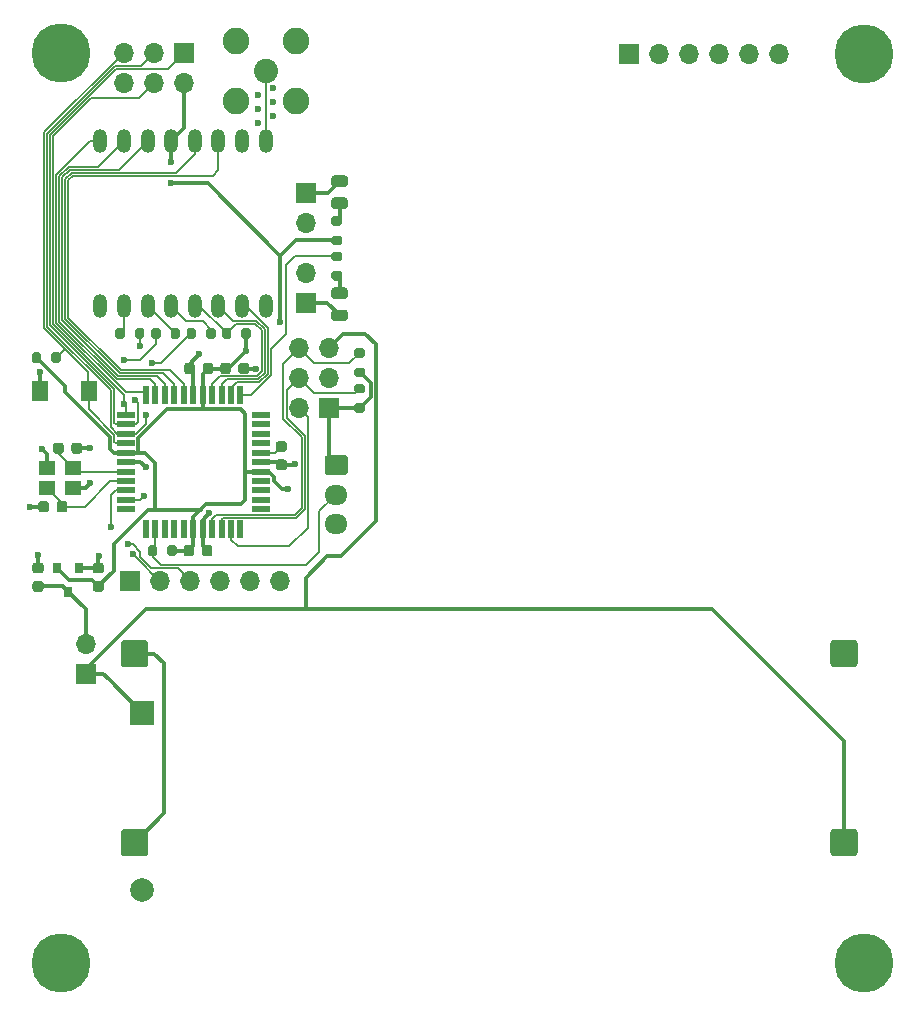
<source format=gbr>
%TF.GenerationSoftware,KiCad,Pcbnew,(5.1.7)-1*%
%TF.CreationDate,2021-04-21T13:47:07+02:00*%
%TF.ProjectId,mfm-v3-smd,6d666d2d-7633-42d7-936d-642e6b696361,rev?*%
%TF.SameCoordinates,Original*%
%TF.FileFunction,Copper,L1,Top*%
%TF.FilePolarity,Positive*%
%FSLAX46Y46*%
G04 Gerber Fmt 4.6, Leading zero omitted, Abs format (unit mm)*
G04 Created by KiCad (PCBNEW (5.1.7)-1) date 2021-04-21 13:47:07*
%MOMM*%
%LPD*%
G01*
G04 APERTURE LIST*
%TA.AperFunction,ComponentPad*%
%ADD10O,1.700000X1.700000*%
%TD*%
%TA.AperFunction,ComponentPad*%
%ADD11R,1.700000X1.700000*%
%TD*%
%TA.AperFunction,SMDPad,CuDef*%
%ADD12R,1.400000X1.200000*%
%TD*%
%TA.AperFunction,SMDPad,CuDef*%
%ADD13R,1.500000X0.550000*%
%TD*%
%TA.AperFunction,SMDPad,CuDef*%
%ADD14R,0.550000X1.500000*%
%TD*%
%TA.AperFunction,SMDPad,CuDef*%
%ADD15R,0.800000X0.900000*%
%TD*%
%TA.AperFunction,SMDPad,CuDef*%
%ADD16R,1.350000X1.800000*%
%TD*%
%TA.AperFunction,ComponentPad*%
%ADD17O,1.950000X1.700000*%
%TD*%
%TA.AperFunction,ComponentPad*%
%ADD18C,2.000000*%
%TD*%
%TA.AperFunction,ComponentPad*%
%ADD19R,2.000000X2.000000*%
%TD*%
%TA.AperFunction,ComponentPad*%
%ADD20O,1.200000X2.000000*%
%TD*%
%TA.AperFunction,ComponentPad*%
%ADD21C,5.000000*%
%TD*%
%TA.AperFunction,ComponentPad*%
%ADD22C,0.800000*%
%TD*%
%TA.AperFunction,ComponentPad*%
%ADD23C,2.050000*%
%TD*%
%TA.AperFunction,ComponentPad*%
%ADD24C,2.250000*%
%TD*%
%TA.AperFunction,ViaPad*%
%ADD25C,0.600000*%
%TD*%
%TA.AperFunction,Conductor*%
%ADD26C,0.300000*%
%TD*%
%TA.AperFunction,Conductor*%
%ADD27C,0.127000*%
%TD*%
G04 APERTURE END LIST*
D10*
%TO.P,J5,6*%
%TO.N,I2C_SCL*%
X82675000Y-83500000D03*
%TO.P,J5,5*%
%TO.N,VBAT*%
X80135000Y-83500000D03*
%TO.P,J5,4*%
%TO.N,I2C_SDA*%
X77595000Y-83500000D03*
%TO.P,J5,3*%
%TO.N,GND*%
X75055000Y-83500000D03*
%TO.P,J5,2*%
%TO.N,SMBALERT*%
X72515000Y-83500000D03*
D11*
%TO.P,J5,1*%
%TO.N,+3V3*%
X69975000Y-83500000D03*
%TD*%
D12*
%TO.P,Y1,4*%
%TO.N,GND*%
X20675000Y-118500000D03*
%TO.P,Y1,3*%
%TO.N,XTAL2*%
X22875000Y-118500000D03*
%TO.P,Y1,2*%
%TO.N,GND*%
X22875000Y-120200000D03*
%TO.P,Y1,1*%
%TO.N,XTAL1*%
X20675000Y-120200000D03*
%TD*%
D13*
%TO.P,U5,1*%
%TO.N,AVR_MOSI*%
X27340000Y-114020000D03*
%TO.P,U5,2*%
%TO.N,AVR_MISO*%
X27340000Y-114820000D03*
%TO.P,U5,3*%
%TO.N,AVR_SCK*%
X27340000Y-115620000D03*
%TO.P,U5,4*%
%TO.N,NRST*%
X27340000Y-116420000D03*
%TO.P,U5,5*%
%TO.N,+3V3*%
X27340000Y-117220000D03*
%TO.P,U5,6*%
%TO.N,GND*%
X27340000Y-118020000D03*
%TO.P,U5,7*%
%TO.N,XTAL2*%
X27340000Y-118820000D03*
%TO.P,U5,8*%
%TO.N,XTAL1*%
X27340000Y-119620000D03*
%TO.P,U5,9*%
%TO.N,AVR_RX0*%
X27340000Y-120420000D03*
%TO.P,U5,10*%
%TO.N,AVR_TX0*%
X27340000Y-121220000D03*
%TO.P,U5,11*%
%TO.N,AVR_RX1*%
X27340000Y-122020000D03*
D14*
%TO.P,U5,12*%
%TO.N,AVR_TX1*%
X29040000Y-123720000D03*
%TO.P,U5,13*%
%TO.N,ONEWIRE*%
X29840000Y-123720000D03*
%TO.P,U5,14*%
%TO.N,Net-(U5-Pad14)*%
X30640000Y-123720000D03*
%TO.P,U5,15*%
%TO.N,Net-(U5-Pad15)*%
X31440000Y-123720000D03*
%TO.P,U5,16*%
%TO.N,Net-(U5-Pad16)*%
X32240000Y-123720000D03*
%TO.P,U5,17*%
%TO.N,+3V3*%
X33040000Y-123720000D03*
%TO.P,U5,18*%
%TO.N,GND*%
X33840000Y-123720000D03*
%TO.P,U5,19*%
%TO.N,I2C_SCL*%
X34640000Y-123720000D03*
%TO.P,U5,20*%
%TO.N,I2C_SDA*%
X35440000Y-123720000D03*
%TO.P,U5,21*%
%TO.N,SMBALERT*%
X36240000Y-123720000D03*
%TO.P,U5,22*%
%TO.N,Net-(U5-Pad22)*%
X37040000Y-123720000D03*
D13*
%TO.P,U5,23*%
%TO.N,Net-(U5-Pad23)*%
X38740000Y-122020000D03*
%TO.P,U5,24*%
%TO.N,Net-(U5-Pad24)*%
X38740000Y-121220000D03*
%TO.P,U5,25*%
%TO.N,Net-(U5-Pad25)*%
X38740000Y-120420000D03*
%TO.P,U5,26*%
%TO.N,Net-(U5-Pad26)*%
X38740000Y-119620000D03*
%TO.P,U5,27*%
%TO.N,+3V3*%
X38740000Y-118820000D03*
%TO.P,U5,28*%
%TO.N,GND*%
X38740000Y-118020000D03*
%TO.P,U5,29*%
%TO.N,Net-(C11-Pad2)*%
X38740000Y-117220000D03*
%TO.P,U5,30*%
%TO.N,Net-(U5-Pad30)*%
X38740000Y-116420000D03*
%TO.P,U5,31*%
%TO.N,Net-(U5-Pad31)*%
X38740000Y-115620000D03*
%TO.P,U5,32*%
%TO.N,Net-(U5-Pad32)*%
X38740000Y-114820000D03*
%TO.P,U5,33*%
%TO.N,Net-(U5-Pad33)*%
X38740000Y-114020000D03*
D14*
%TO.P,U5,34*%
%TO.N,LED_STAT*%
X37040000Y-112320000D03*
%TO.P,U5,35*%
%TO.N,RADIO_DIO5*%
X36240000Y-112320000D03*
%TO.P,U5,36*%
%TO.N,RADIO_RST*%
X35440000Y-112320000D03*
%TO.P,U5,37*%
%TO.N,RADIO_NSS*%
X34640000Y-112320000D03*
%TO.P,U5,38*%
%TO.N,+3V3*%
X33840000Y-112320000D03*
%TO.P,U5,39*%
%TO.N,GND*%
X33040000Y-112320000D03*
%TO.P,U5,40*%
%TO.N,RADIO_DIO3*%
X32240000Y-112320000D03*
%TO.P,U5,41*%
%TO.N,RADIO_DIO4*%
X31440000Y-112320000D03*
%TO.P,U5,42*%
%TO.N,RADIO_DIO0*%
X30640000Y-112320000D03*
%TO.P,U5,43*%
%TO.N,RADIO_DIO1*%
X29840000Y-112320000D03*
%TO.P,U5,44*%
%TO.N,RADIO_DIO2*%
X29040000Y-112320000D03*
%TD*%
D15*
%TO.P,U1,3*%
%TO.N,VBAT_SW*%
X22450000Y-129000000D03*
%TO.P,U1,2*%
%TO.N,+3V3*%
X21500000Y-127000000D03*
%TO.P,U1,1*%
%TO.N,GND*%
X23400000Y-127000000D03*
%TD*%
D10*
%TO.P,SW4,2*%
%TO.N,GND*%
X42550000Y-102010000D03*
D11*
%TO.P,SW4,1*%
%TO.N,Net-(D2-Pad1)*%
X42550000Y-104550000D03*
%TD*%
D10*
%TO.P,SW3,2*%
%TO.N,GND*%
X42550000Y-97775000D03*
D11*
%TO.P,SW3,1*%
%TO.N,Net-(D1-Pad1)*%
X42550000Y-95235000D03*
%TD*%
D16*
%TO.P,SW2,1*%
%TO.N,NRST*%
X24190000Y-111973000D03*
%TO.P,SW2,2*%
%TO.N,GND*%
X20040000Y-111973000D03*
%TD*%
D10*
%TO.P,SW1,2*%
%TO.N,VBAT_SW*%
X23925000Y-133385000D03*
D11*
%TO.P,SW1,1*%
%TO.N,VBAT*%
X23925000Y-135925000D03*
%TD*%
%TO.P,R16,2*%
%TO.N,Net-(D2-Pad2)*%
%TA.AperFunction,SMDPad,CuDef*%
G36*
G01*
X44925000Y-101850000D02*
X45475000Y-101850000D01*
G75*
G02*
X45675000Y-102050000I0J-200000D01*
G01*
X45675000Y-102450000D01*
G75*
G02*
X45475000Y-102650000I-200000J0D01*
G01*
X44925000Y-102650000D01*
G75*
G02*
X44725000Y-102450000I0J200000D01*
G01*
X44725000Y-102050000D01*
G75*
G02*
X44925000Y-101850000I200000J0D01*
G01*
G37*
%TD.AperFunction*%
%TO.P,R16,1*%
%TO.N,LED_STAT*%
%TA.AperFunction,SMDPad,CuDef*%
G36*
G01*
X44925000Y-100200000D02*
X45475000Y-100200000D01*
G75*
G02*
X45675000Y-100400000I0J-200000D01*
G01*
X45675000Y-100800000D01*
G75*
G02*
X45475000Y-101000000I-200000J0D01*
G01*
X44925000Y-101000000D01*
G75*
G02*
X44725000Y-100800000I0J200000D01*
G01*
X44725000Y-100400000D01*
G75*
G02*
X44925000Y-100200000I200000J0D01*
G01*
G37*
%TD.AperFunction*%
%TD*%
%TO.P,R15,2*%
%TO.N,Net-(D1-Pad2)*%
%TA.AperFunction,SMDPad,CuDef*%
G36*
G01*
X45475000Y-98000000D02*
X44925000Y-98000000D01*
G75*
G02*
X44725000Y-97800000I0J200000D01*
G01*
X44725000Y-97400000D01*
G75*
G02*
X44925000Y-97200000I200000J0D01*
G01*
X45475000Y-97200000D01*
G75*
G02*
X45675000Y-97400000I0J-200000D01*
G01*
X45675000Y-97800000D01*
G75*
G02*
X45475000Y-98000000I-200000J0D01*
G01*
G37*
%TD.AperFunction*%
%TO.P,R15,1*%
%TO.N,+3V3*%
%TA.AperFunction,SMDPad,CuDef*%
G36*
G01*
X45475000Y-99650000D02*
X44925000Y-99650000D01*
G75*
G02*
X44725000Y-99450000I0J200000D01*
G01*
X44725000Y-99050000D01*
G75*
G02*
X44925000Y-98850000I200000J0D01*
G01*
X45475000Y-98850000D01*
G75*
G02*
X45675000Y-99050000I0J-200000D01*
G01*
X45675000Y-99450000D01*
G75*
G02*
X45475000Y-99650000I-200000J0D01*
G01*
G37*
%TD.AperFunction*%
%TD*%
%TO.P,R13,2*%
%TO.N,+3V3*%
%TA.AperFunction,SMDPad,CuDef*%
G36*
G01*
X46850000Y-110025000D02*
X47400000Y-110025000D01*
G75*
G02*
X47600000Y-110225000I0J-200000D01*
G01*
X47600000Y-110625000D01*
G75*
G02*
X47400000Y-110825000I-200000J0D01*
G01*
X46850000Y-110825000D01*
G75*
G02*
X46650000Y-110625000I0J200000D01*
G01*
X46650000Y-110225000D01*
G75*
G02*
X46850000Y-110025000I200000J0D01*
G01*
G37*
%TD.AperFunction*%
%TO.P,R13,1*%
%TO.N,I2C_SCL*%
%TA.AperFunction,SMDPad,CuDef*%
G36*
G01*
X46850000Y-108375000D02*
X47400000Y-108375000D01*
G75*
G02*
X47600000Y-108575000I0J-200000D01*
G01*
X47600000Y-108975000D01*
G75*
G02*
X47400000Y-109175000I-200000J0D01*
G01*
X46850000Y-109175000D01*
G75*
G02*
X46650000Y-108975000I0J200000D01*
G01*
X46650000Y-108575000D01*
G75*
G02*
X46850000Y-108375000I200000J0D01*
G01*
G37*
%TD.AperFunction*%
%TD*%
%TO.P,R12,2*%
%TO.N,+3V3*%
%TA.AperFunction,SMDPad,CuDef*%
G36*
G01*
X46850000Y-113050000D02*
X47400000Y-113050000D01*
G75*
G02*
X47600000Y-113250000I0J-200000D01*
G01*
X47600000Y-113650000D01*
G75*
G02*
X47400000Y-113850000I-200000J0D01*
G01*
X46850000Y-113850000D01*
G75*
G02*
X46650000Y-113650000I0J200000D01*
G01*
X46650000Y-113250000D01*
G75*
G02*
X46850000Y-113050000I200000J0D01*
G01*
G37*
%TD.AperFunction*%
%TO.P,R12,1*%
%TO.N,I2C_SDA*%
%TA.AperFunction,SMDPad,CuDef*%
G36*
G01*
X46850000Y-111400000D02*
X47400000Y-111400000D01*
G75*
G02*
X47600000Y-111600000I0J-200000D01*
G01*
X47600000Y-112000000D01*
G75*
G02*
X47400000Y-112200000I-200000J0D01*
G01*
X46850000Y-112200000D01*
G75*
G02*
X46650000Y-112000000I0J200000D01*
G01*
X46650000Y-111600000D01*
G75*
G02*
X46850000Y-111400000I200000J0D01*
G01*
G37*
%TD.AperFunction*%
%TD*%
%TO.P,R10,2*%
%TO.N,+3V3*%
%TA.AperFunction,SMDPad,CuDef*%
G36*
G01*
X20175000Y-108900000D02*
X20175000Y-109450000D01*
G75*
G02*
X19975000Y-109650000I-200000J0D01*
G01*
X19575000Y-109650000D01*
G75*
G02*
X19375000Y-109450000I0J200000D01*
G01*
X19375000Y-108900000D01*
G75*
G02*
X19575000Y-108700000I200000J0D01*
G01*
X19975000Y-108700000D01*
G75*
G02*
X20175000Y-108900000I0J-200000D01*
G01*
G37*
%TD.AperFunction*%
%TO.P,R10,1*%
%TO.N,NRST*%
%TA.AperFunction,SMDPad,CuDef*%
G36*
G01*
X21825000Y-108900000D02*
X21825000Y-109450000D01*
G75*
G02*
X21625000Y-109650000I-200000J0D01*
G01*
X21225000Y-109650000D01*
G75*
G02*
X21025000Y-109450000I0J200000D01*
G01*
X21025000Y-108900000D01*
G75*
G02*
X21225000Y-108700000I200000J0D01*
G01*
X21625000Y-108700000D01*
G75*
G02*
X21825000Y-108900000I0J-200000D01*
G01*
G37*
%TD.AperFunction*%
%TD*%
%TO.P,R1,2*%
%TO.N,+3V3*%
%TA.AperFunction,SMDPad,CuDef*%
G36*
G01*
X30850000Y-125800000D02*
X30850000Y-125250000D01*
G75*
G02*
X31050000Y-125050000I200000J0D01*
G01*
X31450000Y-125050000D01*
G75*
G02*
X31650000Y-125250000I0J-200000D01*
G01*
X31650000Y-125800000D01*
G75*
G02*
X31450000Y-126000000I-200000J0D01*
G01*
X31050000Y-126000000D01*
G75*
G02*
X30850000Y-125800000I0J200000D01*
G01*
G37*
%TD.AperFunction*%
%TO.P,R1,1*%
%TO.N,ONEWIRE*%
%TA.AperFunction,SMDPad,CuDef*%
G36*
G01*
X29200000Y-125800000D02*
X29200000Y-125250000D01*
G75*
G02*
X29400000Y-125050000I200000J0D01*
G01*
X29800000Y-125050000D01*
G75*
G02*
X30000000Y-125250000I0J-200000D01*
G01*
X30000000Y-125800000D01*
G75*
G02*
X29800000Y-126000000I-200000J0D01*
G01*
X29400000Y-126000000D01*
G75*
G02*
X29200000Y-125800000I0J200000D01*
G01*
G37*
%TD.AperFunction*%
%TD*%
D10*
%TO.P,J10,6*%
%TO.N,GND*%
X27195000Y-85890000D03*
%TO.P,J10,5*%
%TO.N,NRST*%
X27195000Y-83350000D03*
%TO.P,J10,4*%
%TO.N,AVR_MOSI*%
X29735000Y-85890000D03*
%TO.P,J10,3*%
%TO.N,AVR_SCK*%
X29735000Y-83350000D03*
%TO.P,J10,2*%
%TO.N,+3V3*%
X32275000Y-85890000D03*
D11*
%TO.P,J10,1*%
%TO.N,AVR_MISO*%
X32275000Y-83350000D03*
%TD*%
D17*
%TO.P,J8,3*%
%TO.N,GND*%
X45150000Y-123275000D03*
%TO.P,J8,2*%
%TO.N,ONEWIRE*%
X45150000Y-120775000D03*
%TO.P,J8,1*%
%TO.N,+3V3*%
%TA.AperFunction,ComponentPad*%
G36*
G01*
X44425000Y-117425000D02*
X45875000Y-117425000D01*
G75*
G02*
X46125000Y-117675000I0J-250000D01*
G01*
X46125000Y-118875000D01*
G75*
G02*
X45875000Y-119125000I-250000J0D01*
G01*
X44425000Y-119125000D01*
G75*
G02*
X44175000Y-118875000I0J250000D01*
G01*
X44175000Y-117675000D01*
G75*
G02*
X44425000Y-117425000I250000J0D01*
G01*
G37*
%TD.AperFunction*%
%TD*%
D10*
%TO.P,J7,6*%
%TO.N,I2C_SCL*%
X41985000Y-108370000D03*
%TO.P,J7,5*%
%TO.N,VBAT*%
X44525000Y-108370000D03*
%TO.P,J7,4*%
%TO.N,I2C_SDA*%
X41985000Y-110910000D03*
%TO.P,J7,3*%
%TO.N,GND*%
X44525000Y-110910000D03*
%TO.P,J7,2*%
%TO.N,SMBALERT*%
X41985000Y-113450000D03*
D11*
%TO.P,J7,1*%
%TO.N,+3V3*%
X44525000Y-113450000D03*
%TD*%
%TO.P,D2,2*%
%TO.N,Net-(D2-Pad2)*%
%TA.AperFunction,SMDPad,CuDef*%
G36*
G01*
X45881250Y-104212500D02*
X44968750Y-104212500D01*
G75*
G02*
X44725000Y-103968750I0J243750D01*
G01*
X44725000Y-103481250D01*
G75*
G02*
X44968750Y-103237500I243750J0D01*
G01*
X45881250Y-103237500D01*
G75*
G02*
X46125000Y-103481250I0J-243750D01*
G01*
X46125000Y-103968750D01*
G75*
G02*
X45881250Y-104212500I-243750J0D01*
G01*
G37*
%TD.AperFunction*%
%TO.P,D2,1*%
%TO.N,Net-(D2-Pad1)*%
%TA.AperFunction,SMDPad,CuDef*%
G36*
G01*
X45881250Y-106087500D02*
X44968750Y-106087500D01*
G75*
G02*
X44725000Y-105843750I0J243750D01*
G01*
X44725000Y-105356250D01*
G75*
G02*
X44968750Y-105112500I243750J0D01*
G01*
X45881250Y-105112500D01*
G75*
G02*
X46125000Y-105356250I0J-243750D01*
G01*
X46125000Y-105843750D01*
G75*
G02*
X45881250Y-106087500I-243750J0D01*
G01*
G37*
%TD.AperFunction*%
%TD*%
%TO.P,D1,2*%
%TO.N,Net-(D1-Pad2)*%
%TA.AperFunction,SMDPad,CuDef*%
G36*
G01*
X44968750Y-95612500D02*
X45881250Y-95612500D01*
G75*
G02*
X46125000Y-95856250I0J-243750D01*
G01*
X46125000Y-96343750D01*
G75*
G02*
X45881250Y-96587500I-243750J0D01*
G01*
X44968750Y-96587500D01*
G75*
G02*
X44725000Y-96343750I0J243750D01*
G01*
X44725000Y-95856250D01*
G75*
G02*
X44968750Y-95612500I243750J0D01*
G01*
G37*
%TD.AperFunction*%
%TO.P,D1,1*%
%TO.N,Net-(D1-Pad1)*%
%TA.AperFunction,SMDPad,CuDef*%
G36*
G01*
X44968750Y-93737500D02*
X45881250Y-93737500D01*
G75*
G02*
X46125000Y-93981250I0J-243750D01*
G01*
X46125000Y-94468750D01*
G75*
G02*
X45881250Y-94712500I-243750J0D01*
G01*
X44968750Y-94712500D01*
G75*
G02*
X44725000Y-94468750I0J243750D01*
G01*
X44725000Y-93981250D01*
G75*
G02*
X44968750Y-93737500I243750J0D01*
G01*
G37*
%TD.AperFunction*%
%TD*%
%TO.P,C11,1*%
%TO.N,GND*%
%TA.AperFunction,SMDPad,CuDef*%
G36*
G01*
X40750000Y-118700000D02*
X40250000Y-118700000D01*
G75*
G02*
X40025000Y-118475000I0J225000D01*
G01*
X40025000Y-118025000D01*
G75*
G02*
X40250000Y-117800000I225000J0D01*
G01*
X40750000Y-117800000D01*
G75*
G02*
X40975000Y-118025000I0J-225000D01*
G01*
X40975000Y-118475000D01*
G75*
G02*
X40750000Y-118700000I-225000J0D01*
G01*
G37*
%TD.AperFunction*%
%TO.P,C11,2*%
%TO.N,Net-(C11-Pad2)*%
%TA.AperFunction,SMDPad,CuDef*%
G36*
G01*
X40750000Y-117150000D02*
X40250000Y-117150000D01*
G75*
G02*
X40025000Y-116925000I0J225000D01*
G01*
X40025000Y-116475000D01*
G75*
G02*
X40250000Y-116250000I225000J0D01*
G01*
X40750000Y-116250000D01*
G75*
G02*
X40975000Y-116475000I0J-225000D01*
G01*
X40975000Y-116925000D01*
G75*
G02*
X40750000Y-117150000I-225000J0D01*
G01*
G37*
%TD.AperFunction*%
%TD*%
%TO.P,C10,1*%
%TO.N,+3V3*%
%TA.AperFunction,SMDPad,CuDef*%
G36*
G01*
X32215000Y-125770000D02*
X32215000Y-125270000D01*
G75*
G02*
X32440000Y-125045000I225000J0D01*
G01*
X32890000Y-125045000D01*
G75*
G02*
X33115000Y-125270000I0J-225000D01*
G01*
X33115000Y-125770000D01*
G75*
G02*
X32890000Y-125995000I-225000J0D01*
G01*
X32440000Y-125995000D01*
G75*
G02*
X32215000Y-125770000I0J225000D01*
G01*
G37*
%TD.AperFunction*%
%TO.P,C10,2*%
%TO.N,GND*%
%TA.AperFunction,SMDPad,CuDef*%
G36*
G01*
X33765000Y-125770000D02*
X33765000Y-125270000D01*
G75*
G02*
X33990000Y-125045000I225000J0D01*
G01*
X34440000Y-125045000D01*
G75*
G02*
X34665000Y-125270000I0J-225000D01*
G01*
X34665000Y-125770000D01*
G75*
G02*
X34440000Y-125995000I-225000J0D01*
G01*
X33990000Y-125995000D01*
G75*
G02*
X33765000Y-125770000I0J225000D01*
G01*
G37*
%TD.AperFunction*%
%TD*%
%TO.P,C9,2*%
%TO.N,+3V3*%
%TA.AperFunction,SMDPad,CuDef*%
G36*
G01*
X33825000Y-110350000D02*
X33825000Y-109850000D01*
G75*
G02*
X34050000Y-109625000I225000J0D01*
G01*
X34500000Y-109625000D01*
G75*
G02*
X34725000Y-109850000I0J-225000D01*
G01*
X34725000Y-110350000D01*
G75*
G02*
X34500000Y-110575000I-225000J0D01*
G01*
X34050000Y-110575000D01*
G75*
G02*
X33825000Y-110350000I0J225000D01*
G01*
G37*
%TD.AperFunction*%
%TO.P,C9,1*%
%TO.N,GND*%
%TA.AperFunction,SMDPad,CuDef*%
G36*
G01*
X32275000Y-110350000D02*
X32275000Y-109850000D01*
G75*
G02*
X32500000Y-109625000I225000J0D01*
G01*
X32950000Y-109625000D01*
G75*
G02*
X33175000Y-109850000I0J-225000D01*
G01*
X33175000Y-110350000D01*
G75*
G02*
X32950000Y-110575000I-225000J0D01*
G01*
X32500000Y-110575000D01*
G75*
G02*
X32275000Y-110350000I0J225000D01*
G01*
G37*
%TD.AperFunction*%
%TD*%
%TO.P,C8,2*%
%TO.N,XTAL2*%
%TA.AperFunction,SMDPad,CuDef*%
G36*
G01*
X22075000Y-116600000D02*
X22075000Y-117100000D01*
G75*
G02*
X21850000Y-117325000I-225000J0D01*
G01*
X21400000Y-117325000D01*
G75*
G02*
X21175000Y-117100000I0J225000D01*
G01*
X21175000Y-116600000D01*
G75*
G02*
X21400000Y-116375000I225000J0D01*
G01*
X21850000Y-116375000D01*
G75*
G02*
X22075000Y-116600000I0J-225000D01*
G01*
G37*
%TD.AperFunction*%
%TO.P,C8,1*%
%TO.N,GND*%
%TA.AperFunction,SMDPad,CuDef*%
G36*
G01*
X23625000Y-116600000D02*
X23625000Y-117100000D01*
G75*
G02*
X23400000Y-117325000I-225000J0D01*
G01*
X22950000Y-117325000D01*
G75*
G02*
X22725000Y-117100000I0J225000D01*
G01*
X22725000Y-116600000D01*
G75*
G02*
X22950000Y-116375000I225000J0D01*
G01*
X23400000Y-116375000D01*
G75*
G02*
X23625000Y-116600000I0J-225000D01*
G01*
G37*
%TD.AperFunction*%
%TD*%
%TO.P,C7,2*%
%TO.N,XTAL1*%
%TA.AperFunction,SMDPad,CuDef*%
G36*
G01*
X21475000Y-122050000D02*
X21475000Y-121550000D01*
G75*
G02*
X21700000Y-121325000I225000J0D01*
G01*
X22150000Y-121325000D01*
G75*
G02*
X22375000Y-121550000I0J-225000D01*
G01*
X22375000Y-122050000D01*
G75*
G02*
X22150000Y-122275000I-225000J0D01*
G01*
X21700000Y-122275000D01*
G75*
G02*
X21475000Y-122050000I0J225000D01*
G01*
G37*
%TD.AperFunction*%
%TO.P,C7,1*%
%TO.N,GND*%
%TA.AperFunction,SMDPad,CuDef*%
G36*
G01*
X19925000Y-122050000D02*
X19925000Y-121550000D01*
G75*
G02*
X20150000Y-121325000I225000J0D01*
G01*
X20600000Y-121325000D01*
G75*
G02*
X20825000Y-121550000I0J-225000D01*
G01*
X20825000Y-122050000D01*
G75*
G02*
X20600000Y-122275000I-225000J0D01*
G01*
X20150000Y-122275000D01*
G75*
G02*
X19925000Y-122050000I0J225000D01*
G01*
G37*
%TD.AperFunction*%
%TD*%
%TO.P,C2,2*%
%TO.N,+3V3*%
%TA.AperFunction,SMDPad,CuDef*%
G36*
G01*
X24750000Y-128100000D02*
X25250000Y-128100000D01*
G75*
G02*
X25475000Y-128325000I0J-225000D01*
G01*
X25475000Y-128775000D01*
G75*
G02*
X25250000Y-129000000I-225000J0D01*
G01*
X24750000Y-129000000D01*
G75*
G02*
X24525000Y-128775000I0J225000D01*
G01*
X24525000Y-128325000D01*
G75*
G02*
X24750000Y-128100000I225000J0D01*
G01*
G37*
%TD.AperFunction*%
%TO.P,C2,1*%
%TO.N,GND*%
%TA.AperFunction,SMDPad,CuDef*%
G36*
G01*
X24750000Y-126550000D02*
X25250000Y-126550000D01*
G75*
G02*
X25475000Y-126775000I0J-225000D01*
G01*
X25475000Y-127225000D01*
G75*
G02*
X25250000Y-127450000I-225000J0D01*
G01*
X24750000Y-127450000D01*
G75*
G02*
X24525000Y-127225000I0J225000D01*
G01*
X24525000Y-126775000D01*
G75*
G02*
X24750000Y-126550000I225000J0D01*
G01*
G37*
%TD.AperFunction*%
%TD*%
%TO.P,C1,2*%
%TO.N,VBAT_SW*%
%TA.AperFunction,SMDPad,CuDef*%
G36*
G01*
X19650000Y-128100000D02*
X20150000Y-128100000D01*
G75*
G02*
X20375000Y-128325000I0J-225000D01*
G01*
X20375000Y-128775000D01*
G75*
G02*
X20150000Y-129000000I-225000J0D01*
G01*
X19650000Y-129000000D01*
G75*
G02*
X19425000Y-128775000I0J225000D01*
G01*
X19425000Y-128325000D01*
G75*
G02*
X19650000Y-128100000I225000J0D01*
G01*
G37*
%TD.AperFunction*%
%TO.P,C1,1*%
%TO.N,GND*%
%TA.AperFunction,SMDPad,CuDef*%
G36*
G01*
X19650000Y-126550000D02*
X20150000Y-126550000D01*
G75*
G02*
X20375000Y-126775000I0J-225000D01*
G01*
X20375000Y-127225000D01*
G75*
G02*
X20150000Y-127450000I-225000J0D01*
G01*
X19650000Y-127450000D01*
G75*
G02*
X19425000Y-127225000I0J225000D01*
G01*
X19425000Y-126775000D01*
G75*
G02*
X19650000Y-126550000I225000J0D01*
G01*
G37*
%TD.AperFunction*%
%TD*%
D18*
%TO.P,BT1,2*%
%TO.N,GND*%
X28700000Y-154240000D03*
D19*
%TO.P,BT1,1*%
%TO.N,VBAT*%
X28700000Y-139250000D03*
%TD*%
D11*
%TO.P,J12,1*%
%TO.N,Net-(J12-Pad1)*%
X27700000Y-128050000D03*
D10*
%TO.P,J12,2*%
%TO.N,AVR_TX0*%
X30240000Y-128050000D03*
%TO.P,J12,3*%
%TO.N,AVR_RX0*%
X32780000Y-128050000D03*
%TO.P,J12,4*%
%TO.N,Net-(J12-Pad4)*%
X35320000Y-128050000D03*
%TO.P,J12,5*%
%TO.N,Net-(J12-Pad5)*%
X37860000Y-128050000D03*
%TO.P,J12,6*%
%TO.N,GND*%
X40400000Y-128050000D03*
%TD*%
%TO.P,R11,1*%
%TO.N,RADIO_NSS*%
%TA.AperFunction,SMDPad,CuDef*%
G36*
G01*
X35475000Y-107400000D02*
X35475000Y-106850000D01*
G75*
G02*
X35675000Y-106650000I200000J0D01*
G01*
X36075000Y-106650000D01*
G75*
G02*
X36275000Y-106850000I0J-200000D01*
G01*
X36275000Y-107400000D01*
G75*
G02*
X36075000Y-107600000I-200000J0D01*
G01*
X35675000Y-107600000D01*
G75*
G02*
X35475000Y-107400000I0J200000D01*
G01*
G37*
%TD.AperFunction*%
%TO.P,R11,2*%
%TO.N,+3V3*%
%TA.AperFunction,SMDPad,CuDef*%
G36*
G01*
X37125000Y-107400000D02*
X37125000Y-106850000D01*
G75*
G02*
X37325000Y-106650000I200000J0D01*
G01*
X37725000Y-106650000D01*
G75*
G02*
X37925000Y-106850000I0J-200000D01*
G01*
X37925000Y-107400000D01*
G75*
G02*
X37725000Y-107600000I-200000J0D01*
G01*
X37325000Y-107600000D01*
G75*
G02*
X37125000Y-107400000I0J200000D01*
G01*
G37*
%TD.AperFunction*%
%TD*%
D20*
%TO.P,U4,16*%
%TO.N,RADIO_DIO2*%
X25172200Y-90806300D03*
%TO.P,U4,1*%
%TO.N,GND*%
X25172200Y-104806300D03*
%TO.P,U4,15*%
%TO.N,RADIO_DIO1*%
X27172200Y-90806300D03*
%TO.P,U4,2*%
%TO.N,SPI_MISO*%
X27172200Y-104806300D03*
%TO.P,U4,14*%
%TO.N,RADIO_DIO0*%
X29172200Y-90806300D03*
%TO.P,U4,3*%
%TO.N,SPI_MOSI*%
X29172200Y-104806300D03*
%TO.P,U4,13*%
%TO.N,+3V3*%
X31172200Y-90806300D03*
%TO.P,U4,4*%
%TO.N,SPI_SCK*%
X31172200Y-104806300D03*
%TO.P,U4,12*%
%TO.N,RADIO_DIO4*%
X33172200Y-90806300D03*
%TO.P,U4,5*%
%TO.N,RADIO_NSS*%
X33172200Y-104806300D03*
%TO.P,U4,11*%
%TO.N,RADIO_DIO3*%
X35172200Y-90806300D03*
%TO.P,U4,6*%
%TO.N,RADIO_RST*%
X35172200Y-104806300D03*
%TO.P,U4,10*%
%TO.N,GND*%
X37172200Y-90806300D03*
%TO.P,U4,7*%
%TO.N,RADIO_DIO5*%
X37172200Y-104806300D03*
%TO.P,U4,9*%
%TO.N,Net-(J13-Pad1)*%
X39172200Y-90806300D03*
%TO.P,U4,8*%
%TO.N,GND*%
X39172200Y-104806300D03*
%TD*%
%TO.P,R7,2*%
%TO.N,SPI_MOSI*%
%TA.AperFunction,SMDPad,CuDef*%
G36*
G01*
X31125000Y-107400000D02*
X31125000Y-106850000D01*
G75*
G02*
X31325000Y-106650000I200000J0D01*
G01*
X31725000Y-106650000D01*
G75*
G02*
X31925000Y-106850000I0J-200000D01*
G01*
X31925000Y-107400000D01*
G75*
G02*
X31725000Y-107600000I-200000J0D01*
G01*
X31325000Y-107600000D01*
G75*
G02*
X31125000Y-107400000I0J200000D01*
G01*
G37*
%TD.AperFunction*%
%TO.P,R7,1*%
%TO.N,AVR_MOSI*%
%TA.AperFunction,SMDPad,CuDef*%
G36*
G01*
X29475000Y-107400000D02*
X29475000Y-106850000D01*
G75*
G02*
X29675000Y-106650000I200000J0D01*
G01*
X30075000Y-106650000D01*
G75*
G02*
X30275000Y-106850000I0J-200000D01*
G01*
X30275000Y-107400000D01*
G75*
G02*
X30075000Y-107600000I-200000J0D01*
G01*
X29675000Y-107600000D01*
G75*
G02*
X29475000Y-107400000I0J200000D01*
G01*
G37*
%TD.AperFunction*%
%TD*%
D21*
%TO.P,H4,1*%
%TO.N,Net-(H4-Pad1)*%
X21869400Y-160451800D03*
D22*
X23744400Y-160451800D03*
X23195225Y-161777625D03*
X21869400Y-162326800D03*
X20543575Y-161777625D03*
X19994400Y-160451800D03*
X20543575Y-159125975D03*
X21869400Y-158576800D03*
X23195225Y-159125975D03*
%TD*%
%TO.P,C5,1*%
%TO.N,GND*%
%TA.AperFunction,SMDPad,CuDef*%
G36*
G01*
X37764400Y-109848500D02*
X37764400Y-110348500D01*
G75*
G02*
X37539400Y-110573500I-225000J0D01*
G01*
X37089400Y-110573500D01*
G75*
G02*
X36864400Y-110348500I0J225000D01*
G01*
X36864400Y-109848500D01*
G75*
G02*
X37089400Y-109623500I225000J0D01*
G01*
X37539400Y-109623500D01*
G75*
G02*
X37764400Y-109848500I0J-225000D01*
G01*
G37*
%TD.AperFunction*%
%TO.P,C5,2*%
%TO.N,+3V3*%
%TA.AperFunction,SMDPad,CuDef*%
G36*
G01*
X36214400Y-109848500D02*
X36214400Y-110348500D01*
G75*
G02*
X35989400Y-110573500I-225000J0D01*
G01*
X35539400Y-110573500D01*
G75*
G02*
X35314400Y-110348500I0J225000D01*
G01*
X35314400Y-109848500D01*
G75*
G02*
X35539400Y-109623500I225000J0D01*
G01*
X35989400Y-109623500D01*
G75*
G02*
X36214400Y-109848500I0J-225000D01*
G01*
G37*
%TD.AperFunction*%
%TD*%
D21*
%TO.P,H3,1*%
%TO.N,Net-(H3-Pad1)*%
X21869400Y-83413600D03*
D22*
X23744400Y-83413600D03*
X23195225Y-84739425D03*
X21869400Y-85288600D03*
X20543575Y-84739425D03*
X19994400Y-83413600D03*
X20543575Y-82087775D03*
X21869400Y-81538600D03*
X23195225Y-82087775D03*
%TD*%
D21*
%TO.P,H2,1*%
%TO.N,Net-(H2-Pad1)*%
X89865200Y-160451800D03*
D22*
X91740200Y-160451800D03*
X91191025Y-161777625D03*
X89865200Y-162326800D03*
X88539375Y-161777625D03*
X87990200Y-160451800D03*
X88539375Y-159125975D03*
X89865200Y-158576800D03*
X91191025Y-159125975D03*
%TD*%
D21*
%TO.P,H1,1*%
%TO.N,Net-(H1-Pad1)*%
X89865200Y-83439000D03*
D22*
X91740200Y-83439000D03*
X91191025Y-84764825D03*
X89865200Y-85314000D03*
X88539375Y-84764825D03*
X87990200Y-83439000D03*
X88539375Y-82113175D03*
X89865200Y-81564000D03*
X91191025Y-82113175D03*
%TD*%
%TO.P,J4,1*%
%TO.N,VBAT*%
%TA.AperFunction,ComponentPad*%
G36*
G01*
X87237998Y-149091000D02*
X89038002Y-149091000D01*
G75*
G02*
X89288000Y-149340998I0J-249998D01*
G01*
X89288000Y-151141002D01*
G75*
G02*
X89038002Y-151391000I-249998J0D01*
G01*
X87237998Y-151391000D01*
G75*
G02*
X86988000Y-151141002I0J249998D01*
G01*
X86988000Y-149340998D01*
G75*
G02*
X87237998Y-149091000I249998J0D01*
G01*
G37*
%TD.AperFunction*%
%TD*%
%TO.P,J3,1*%
%TO.N,Net-(J2-Pad1)*%
%TA.AperFunction,ComponentPad*%
G36*
G01*
X27166998Y-149091000D02*
X28967002Y-149091000D01*
G75*
G02*
X29217000Y-149340998I0J-249998D01*
G01*
X29217000Y-151141002D01*
G75*
G02*
X28967002Y-151391000I-249998J0D01*
G01*
X27166998Y-151391000D01*
G75*
G02*
X26917000Y-151141002I0J249998D01*
G01*
X26917000Y-149340998D01*
G75*
G02*
X27166998Y-149091000I249998J0D01*
G01*
G37*
%TD.AperFunction*%
%TD*%
%TO.P,J2,1*%
%TO.N,Net-(J2-Pad1)*%
%TA.AperFunction,ComponentPad*%
G36*
G01*
X27166998Y-133089000D02*
X28967002Y-133089000D01*
G75*
G02*
X29217000Y-133338998I0J-249998D01*
G01*
X29217000Y-135139002D01*
G75*
G02*
X28967002Y-135389000I-249998J0D01*
G01*
X27166998Y-135389000D01*
G75*
G02*
X26917000Y-135139002I0J249998D01*
G01*
X26917000Y-133338998D01*
G75*
G02*
X27166998Y-133089000I249998J0D01*
G01*
G37*
%TD.AperFunction*%
%TD*%
%TO.P,J1,1*%
%TO.N,GND*%
%TA.AperFunction,ComponentPad*%
G36*
G01*
X87237998Y-133089000D02*
X89038002Y-133089000D01*
G75*
G02*
X89288000Y-133338998I0J-249998D01*
G01*
X89288000Y-135139002D01*
G75*
G02*
X89038002Y-135389000I-249998J0D01*
G01*
X87237998Y-135389000D01*
G75*
G02*
X86988000Y-135139002I0J249998D01*
G01*
X86988000Y-133338998D01*
G75*
G02*
X87237998Y-133089000I249998J0D01*
G01*
G37*
%TD.AperFunction*%
%TD*%
%TO.P,R8,2*%
%TO.N,SPI_MISO*%
%TA.AperFunction,SMDPad,CuDef*%
G36*
G01*
X27250000Y-106850000D02*
X27250000Y-107400000D01*
G75*
G02*
X27050000Y-107600000I-200000J0D01*
G01*
X26650000Y-107600000D01*
G75*
G02*
X26450000Y-107400000I0J200000D01*
G01*
X26450000Y-106850000D01*
G75*
G02*
X26650000Y-106650000I200000J0D01*
G01*
X27050000Y-106650000D01*
G75*
G02*
X27250000Y-106850000I0J-200000D01*
G01*
G37*
%TD.AperFunction*%
%TO.P,R8,1*%
%TO.N,AVR_MISO*%
%TA.AperFunction,SMDPad,CuDef*%
G36*
G01*
X28900000Y-106850000D02*
X28900000Y-107400000D01*
G75*
G02*
X28700000Y-107600000I-200000J0D01*
G01*
X28300000Y-107600000D01*
G75*
G02*
X28100000Y-107400000I0J200000D01*
G01*
X28100000Y-106850000D01*
G75*
G02*
X28300000Y-106650000I200000J0D01*
G01*
X28700000Y-106650000D01*
G75*
G02*
X28900000Y-106850000I0J-200000D01*
G01*
G37*
%TD.AperFunction*%
%TD*%
%TO.P,R5,2*%
%TO.N,SPI_SCK*%
%TA.AperFunction,SMDPad,CuDef*%
G36*
G01*
X34125000Y-107400000D02*
X34125000Y-106850000D01*
G75*
G02*
X34325000Y-106650000I200000J0D01*
G01*
X34725000Y-106650000D01*
G75*
G02*
X34925000Y-106850000I0J-200000D01*
G01*
X34925000Y-107400000D01*
G75*
G02*
X34725000Y-107600000I-200000J0D01*
G01*
X34325000Y-107600000D01*
G75*
G02*
X34125000Y-107400000I0J200000D01*
G01*
G37*
%TD.AperFunction*%
%TO.P,R5,1*%
%TO.N,AVR_SCK*%
%TA.AperFunction,SMDPad,CuDef*%
G36*
G01*
X32475000Y-107400000D02*
X32475000Y-106850000D01*
G75*
G02*
X32675000Y-106650000I200000J0D01*
G01*
X33075000Y-106650000D01*
G75*
G02*
X33275000Y-106850000I0J-200000D01*
G01*
X33275000Y-107400000D01*
G75*
G02*
X33075000Y-107600000I-200000J0D01*
G01*
X32675000Y-107600000D01*
G75*
G02*
X32475000Y-107400000I0J200000D01*
G01*
G37*
%TD.AperFunction*%
%TD*%
D23*
%TO.P,J13,1*%
%TO.N,Net-(J13-Pad1)*%
X39172200Y-84900000D03*
D24*
%TO.P,J13,2*%
%TO.N,GND*%
X36632200Y-82360000D03*
X36632200Y-87440000D03*
X41712200Y-87440000D03*
X41712200Y-82360000D03*
%TD*%
D25*
%TO.N,GND*%
X38368200Y-110098500D03*
X24325000Y-119800000D03*
X19225000Y-121800000D03*
X24275000Y-116849992D03*
X20275000Y-116950000D03*
X33500000Y-108900000D03*
X20025000Y-110425000D03*
X34400000Y-122350000D03*
X29000000Y-118450000D03*
X19925000Y-125875000D03*
X25025000Y-125950000D03*
X41650000Y-118224999D03*
X39800000Y-86350000D03*
X38550000Y-86950000D03*
X39800000Y-87550000D03*
X38550000Y-88150000D03*
X39800000Y-88750000D03*
X38550000Y-89350000D03*
%TO.N,+3V3*%
X41025000Y-120275000D03*
X31175000Y-92650000D03*
X31175000Y-94425000D03*
X40412488Y-106137512D03*
X37525000Y-108575000D03*
%TO.N,AVR_MOSI*%
X27200000Y-113100000D03*
X27200000Y-109350000D03*
%TO.N,AVR_SCK*%
X29000000Y-114050000D03*
X29550000Y-109650000D03*
%TO.N,AVR_MISO*%
X28550000Y-108225000D03*
X28100000Y-112725000D03*
%TO.N,AVR_RX0*%
X26100000Y-123550000D03*
X27475000Y-124950001D03*
%TO.N,AVR_TX0*%
X28875000Y-120900000D03*
X27950000Y-125825012D03*
%TD*%
D26*
%TO.N,VBAT_SW*%
X23850000Y-130400000D02*
X22450000Y-129000000D01*
X22000000Y-128550000D02*
X22450000Y-129000000D01*
X19900000Y-128550000D02*
X22000000Y-128550000D01*
X23925000Y-130475000D02*
X23850000Y-130400000D01*
X23925000Y-133385000D02*
X23925000Y-130475000D01*
%TO.N,GND*%
X37314400Y-110098500D02*
X38368200Y-110098500D01*
X88138000Y-134239000D02*
X87833200Y-134239000D01*
X88138000Y-134239000D02*
X88007000Y-134239000D01*
X23925000Y-120200000D02*
X24325000Y-119800000D01*
X22875000Y-120200000D02*
X23925000Y-120200000D01*
X20375000Y-121800000D02*
X19225000Y-121800000D01*
X23175000Y-116850000D02*
X24274992Y-116850000D01*
X24274992Y-116850000D02*
X24275000Y-116849992D01*
X20675000Y-118500000D02*
X20675000Y-117350000D01*
X20675000Y-117350000D02*
X20275000Y-116950000D01*
X33040000Y-110415000D02*
X32725000Y-110100000D01*
X33040000Y-112320000D02*
X33040000Y-110415000D01*
X32725000Y-109675000D02*
X33500000Y-108900000D01*
X32725000Y-110100000D02*
X32725000Y-109675000D01*
X20040000Y-110440000D02*
X20025000Y-110425000D01*
X20040000Y-111973000D02*
X20040000Y-110440000D01*
X33840000Y-122910000D02*
X34400000Y-122350000D01*
X33840000Y-123720000D02*
X33840000Y-122910000D01*
X33840000Y-125145000D02*
X34215000Y-125520000D01*
X33840000Y-123720000D02*
X33840000Y-125145000D01*
X40320000Y-118020000D02*
X40550000Y-118250000D01*
X28570000Y-118020000D02*
X29000000Y-118450000D01*
X27340000Y-118020000D02*
X28570000Y-118020000D01*
X23400000Y-127000000D02*
X25000000Y-127000000D01*
X19900000Y-125900000D02*
X19925000Y-125875000D01*
X19900000Y-127000000D02*
X19900000Y-125900000D01*
X25000000Y-125975000D02*
X25025000Y-125950000D01*
X25000000Y-127000000D02*
X25000000Y-125975000D01*
X40270000Y-118020000D02*
X40500000Y-118250000D01*
X38740000Y-118020000D02*
X40270000Y-118020000D01*
X40500000Y-118250000D02*
X41624999Y-118250000D01*
X41624999Y-118250000D02*
X41650000Y-118224999D01*
%TO.N,+3V3*%
X33840000Y-110535000D02*
X34275000Y-110100000D01*
X33840000Y-112320000D02*
X33840000Y-110535000D01*
X35762900Y-110100000D02*
X35764400Y-110098500D01*
X34275000Y-110100000D02*
X35762900Y-110100000D01*
X36025000Y-109837900D02*
X35764400Y-110098500D01*
X31255000Y-125520000D02*
X31250000Y-125525000D01*
X32665000Y-125520000D02*
X31255000Y-125520000D01*
X44525000Y-117650000D02*
X45150000Y-118275000D01*
X44525000Y-113450000D02*
X44525000Y-117650000D01*
X44525000Y-113450000D02*
X46150000Y-113450000D01*
X39463602Y-118820000D02*
X39900000Y-119256398D01*
X38740000Y-118820000D02*
X39463602Y-118820000D01*
X40521038Y-120275000D02*
X41025000Y-120275000D01*
X39900000Y-119653962D02*
X40521038Y-120275000D01*
X39900000Y-119256398D02*
X39900000Y-119653962D01*
X22500000Y-128000000D02*
X21500000Y-127000000D01*
X24450000Y-128000000D02*
X22500000Y-128000000D01*
X25000000Y-128550000D02*
X24450000Y-128000000D01*
X33040000Y-125145000D02*
X32665000Y-125520000D01*
X33040000Y-123720000D02*
X33040000Y-125145000D01*
X38740000Y-118820000D02*
X37450000Y-118820000D01*
X33040000Y-122670000D02*
X33040000Y-123720000D01*
X34110000Y-121600000D02*
X33040000Y-122670000D01*
X37075000Y-121600000D02*
X34110000Y-121600000D01*
X37450000Y-113925000D02*
X37450000Y-121225000D01*
X37075000Y-113550000D02*
X37450000Y-113925000D01*
X37450000Y-121225000D02*
X37075000Y-121600000D01*
X27340000Y-117220000D02*
X28390000Y-117220000D01*
X28390000Y-117220000D02*
X28390000Y-116010000D01*
X28390000Y-116010000D02*
X30850000Y-113550000D01*
X30850000Y-113550000D02*
X37075000Y-113550000D01*
X33840000Y-112320000D02*
X33840000Y-113550000D01*
X28920000Y-117220000D02*
X29775000Y-118075000D01*
X28390000Y-117220000D02*
X28920000Y-117220000D01*
X26297999Y-127252001D02*
X25000000Y-128550000D01*
X26297999Y-124938399D02*
X26297999Y-127252001D01*
X29186398Y-122050000D02*
X26297999Y-124938399D01*
X33650000Y-122050000D02*
X29186398Y-122050000D01*
X33655000Y-122055000D02*
X33650000Y-122050000D01*
X29775000Y-118075000D02*
X29775000Y-122050000D01*
X22200000Y-111600000D02*
X19775000Y-109175000D01*
X22200000Y-112050000D02*
X22200000Y-111600000D01*
X26025000Y-115875000D02*
X22200000Y-112050000D01*
X26025000Y-116955000D02*
X26025000Y-115875000D01*
X26290000Y-117220000D02*
X26025000Y-116955000D01*
X27340000Y-117220000D02*
X26290000Y-117220000D01*
X32275000Y-89703500D02*
X31172200Y-90806300D01*
X32275000Y-85890000D02*
X32275000Y-89703500D01*
X31172200Y-92647200D02*
X31175000Y-92650000D01*
X31172200Y-90806300D02*
X31172200Y-92647200D01*
X34300000Y-94425000D02*
X31175000Y-94425000D01*
X40412500Y-100537500D02*
X34300000Y-94425000D01*
X41700000Y-99250000D02*
X40412500Y-100537500D01*
X45200000Y-99250000D02*
X41700000Y-99250000D01*
X46150000Y-113450000D02*
X47125000Y-113450000D01*
X48050000Y-112525000D02*
X47125000Y-113450000D01*
X48050000Y-111350000D02*
X47125000Y-110425000D01*
X48050000Y-112525000D02*
X48050000Y-111350000D01*
X40412500Y-106137500D02*
X40412488Y-106137512D01*
X40412500Y-100537500D02*
X40412500Y-106137500D01*
X37525000Y-108575000D02*
X37525000Y-107125000D01*
X36001500Y-110098500D02*
X37525000Y-108575000D01*
X35764400Y-110098500D02*
X36001500Y-110098500D01*
D27*
%TO.N,XTAL1*%
X21925000Y-121450000D02*
X20675000Y-120200000D01*
X21925000Y-121800000D02*
X21925000Y-121450000D01*
X26030000Y-119620000D02*
X27340000Y-119620000D01*
X23850000Y-121800000D02*
X26030000Y-119620000D01*
X21925000Y-121800000D02*
X23850000Y-121800000D01*
%TO.N,XTAL2*%
X22875000Y-118500000D02*
X22875000Y-118100000D01*
X21625000Y-117250000D02*
X22875000Y-118500000D01*
X21625000Y-116850000D02*
X21625000Y-117250000D01*
X23195000Y-118820000D02*
X22875000Y-118500000D01*
X27340000Y-118820000D02*
X23195000Y-118820000D01*
%TO.N,Net-(C11-Pad2)*%
X39980000Y-117220000D02*
X40500000Y-116700000D01*
X38740000Y-117220000D02*
X39980000Y-117220000D01*
D26*
%TO.N,Net-(J2-Pad1)*%
X30550000Y-147758000D02*
X28067000Y-150241000D01*
X29739000Y-134239000D02*
X30550000Y-135050000D01*
X30550000Y-135050000D02*
X30550000Y-147758000D01*
X28067000Y-134239000D02*
X29739000Y-134239000D01*
%TO.N,VBAT*%
X25875000Y-136425000D02*
X28700000Y-139250000D01*
X88138000Y-150241000D02*
X88138000Y-141638000D01*
X88138000Y-141638000D02*
X77000000Y-130500000D01*
X29000000Y-130500000D02*
X29400000Y-130500000D01*
X44500000Y-130500000D02*
X29400000Y-130500000D01*
X77000000Y-130500000D02*
X44500000Y-130500000D01*
X25375000Y-135925000D02*
X25875000Y-136425000D01*
X23925000Y-135925000D02*
X25375000Y-135925000D01*
X23925000Y-135575000D02*
X29000000Y-130500000D01*
X23925000Y-135925000D02*
X23925000Y-135575000D01*
X44400000Y-125950000D02*
X42550000Y-127800000D01*
X45562500Y-125950000D02*
X44400000Y-125950000D01*
X48477010Y-123035490D02*
X45562500Y-125950000D01*
X42550000Y-127800000D02*
X42550000Y-130500000D01*
X48477010Y-108027414D02*
X48477010Y-123035490D01*
X47597586Y-107147990D02*
X48477010Y-108027414D01*
X45747010Y-107147990D02*
X47597586Y-107147990D01*
X44525000Y-108370000D02*
X45747010Y-107147990D01*
D27*
%TO.N,I2C_SCL*%
X42216978Y-121898798D02*
X42216978Y-115901202D01*
X40650000Y-109705000D02*
X41985000Y-108370000D01*
X40650000Y-114334224D02*
X40650000Y-109705000D01*
X42216978Y-115901202D02*
X40650000Y-114334224D01*
X41630275Y-122485501D02*
X42216978Y-121898798D01*
X34997499Y-122485501D02*
X41630275Y-122485501D01*
X34640000Y-122843000D02*
X34997499Y-122485501D01*
X34640000Y-123720000D02*
X34640000Y-122843000D01*
X46250000Y-109650000D02*
X47125000Y-108775000D01*
X43265000Y-109650000D02*
X46250000Y-109650000D01*
X41985000Y-108370000D02*
X43265000Y-109650000D01*
%TO.N,I2C_SDA*%
X35440000Y-123720000D02*
X35440000Y-122843000D01*
X35440000Y-122843000D02*
X35533000Y-122750000D01*
X40944499Y-111950501D02*
X41985000Y-110910000D01*
X40944499Y-114269499D02*
X40944499Y-111950501D01*
X41725000Y-122750000D02*
X42470989Y-122004011D01*
X42470989Y-115795989D02*
X40944499Y-114269499D01*
X42470989Y-122004011D02*
X42470989Y-115795989D01*
X35533000Y-122750000D02*
X41725000Y-122750000D01*
X46725000Y-112200000D02*
X47125000Y-111800000D01*
X43275000Y-112200000D02*
X46725000Y-112200000D01*
X41985000Y-110910000D02*
X43275000Y-112200000D01*
%TO.N,SMBALERT*%
X41175000Y-125150000D02*
X42725000Y-123600000D01*
X36240000Y-124597000D02*
X36793000Y-125150000D01*
X42725000Y-114190000D02*
X41985000Y-113450000D01*
X36240000Y-123720000D02*
X36240000Y-124597000D01*
X42725000Y-123600000D02*
X42725000Y-114190000D01*
X36793000Y-125150000D02*
X41175000Y-125150000D01*
%TO.N,ONEWIRE*%
X29840000Y-125285000D02*
X29600000Y-125525000D01*
X29840000Y-123720000D02*
X29840000Y-125285000D01*
X43725000Y-122200000D02*
X45150000Y-120775000D01*
X43725000Y-125625000D02*
X43725000Y-122200000D01*
X42600000Y-126750000D02*
X43725000Y-125625000D01*
X30325000Y-126750000D02*
X42600000Y-126750000D01*
X29600000Y-126025000D02*
X30325000Y-126750000D01*
X29600000Y-125525000D02*
X29600000Y-126025000D01*
%TO.N,NRST*%
X24450000Y-111713000D02*
X24190000Y-111973000D01*
X26772098Y-116420000D02*
X27340000Y-116420000D01*
X24190000Y-111973000D02*
X24423000Y-111973000D01*
X20441978Y-106651202D02*
X20441978Y-106633022D01*
X20441978Y-106633022D02*
X20441978Y-91858022D01*
X22182888Y-108417112D02*
X21425000Y-109175000D01*
X22207888Y-108417112D02*
X22182888Y-108417112D01*
X24165000Y-110374224D02*
X22207888Y-108417112D01*
X22207888Y-108417112D02*
X20441978Y-106651202D01*
X24165000Y-111948000D02*
X24190000Y-111973000D01*
X24165000Y-110374224D02*
X24165000Y-111948000D01*
X20441978Y-90103022D02*
X20441978Y-91858022D01*
X27195000Y-83350000D02*
X20441978Y-90103022D01*
X27340000Y-116420000D02*
X26463000Y-116420000D01*
X26463000Y-116420000D02*
X26365511Y-116322511D01*
X26365511Y-115733956D02*
X24190000Y-113558446D01*
X26365511Y-116322511D02*
X26365511Y-115733956D01*
X24190000Y-113558446D02*
X24190000Y-111973000D01*
%TO.N,AVR_MOSI*%
X29875000Y-107125000D02*
X29875000Y-108000000D01*
X27340000Y-114020000D02*
X27340000Y-113840000D01*
X27145000Y-114020000D02*
X27340000Y-114020000D01*
X27340000Y-113240000D02*
X27200000Y-113100000D01*
X27340000Y-114020000D02*
X27340000Y-113240000D01*
X28425000Y-87200000D02*
X29735000Y-85890000D01*
X24422672Y-87200000D02*
X28425000Y-87200000D01*
X21204010Y-106335561D02*
X21204010Y-90418662D01*
X27200000Y-112331551D02*
X21204010Y-106335561D01*
X21204010Y-90418662D02*
X24422672Y-87200000D01*
X27200000Y-113100000D02*
X27200000Y-112331551D01*
X28525000Y-109350000D02*
X29875000Y-108000000D01*
X27200000Y-109350000D02*
X28525000Y-109350000D01*
%TO.N,AVR_SCK*%
X29000000Y-114837000D02*
X29000000Y-114050000D01*
X28217000Y-115620000D02*
X29000000Y-114837000D01*
X27340000Y-115620000D02*
X28217000Y-115620000D01*
X20695988Y-91969784D02*
X20695990Y-91969786D01*
X26610780Y-115620000D02*
X27340000Y-115620000D01*
X26075000Y-111925000D02*
X26075000Y-115084221D01*
X26429224Y-84475000D02*
X20695988Y-90208236D01*
X26075000Y-115084221D02*
X26610780Y-115620000D01*
X28610000Y-84475000D02*
X26429224Y-84475000D01*
X20695988Y-106545988D02*
X26075000Y-111925000D01*
X20695988Y-92720988D02*
X20695988Y-106545988D01*
X20695990Y-91969786D02*
X20695988Y-92720988D01*
X20695988Y-90208236D02*
X20695988Y-91969784D01*
X29735000Y-83350000D02*
X28610000Y-84475000D01*
X30350000Y-109650000D02*
X32875000Y-107125000D01*
X29550000Y-109650000D02*
X30350000Y-109650000D01*
%TO.N,AVR_MISO*%
X28500000Y-107125000D02*
X28500000Y-108175000D01*
X28500000Y-108175000D02*
X28550000Y-108225000D01*
X28217000Y-114820000D02*
X28399999Y-114637001D01*
X28399999Y-113024999D02*
X28100000Y-112725000D01*
X27340000Y-114820000D02*
X28217000Y-114820000D01*
X28399999Y-114637001D02*
X28399999Y-113024999D01*
X20949999Y-106440775D02*
X20949999Y-90313449D01*
X26329011Y-111819786D02*
X20949999Y-106440775D01*
X20949999Y-90313449D02*
X26534437Y-84729011D01*
X26333022Y-114690022D02*
X26333022Y-113397572D01*
X26534437Y-84729011D02*
X30895990Y-84729010D01*
X26329011Y-113393561D02*
X26329011Y-111819786D01*
X27340000Y-114820000D02*
X26463000Y-114820000D01*
X26333022Y-113397572D02*
X26329011Y-113393561D01*
X30895990Y-84729010D02*
X32275000Y-83350000D01*
X26463000Y-114820000D02*
X26333022Y-114690022D01*
%TO.N,AVR_RX0*%
X31739499Y-127009499D02*
X32780000Y-128050000D01*
X29493723Y-127009499D02*
X31739499Y-127009499D01*
X28550000Y-126065776D02*
X29493723Y-127009499D01*
X26463000Y-120420000D02*
X26100000Y-120783000D01*
X27340000Y-120420000D02*
X26463000Y-120420000D01*
X26100000Y-120783000D02*
X26100000Y-123550000D01*
X27899264Y-124950001D02*
X27475000Y-124950001D01*
X28550000Y-125600737D02*
X27899264Y-124950001D01*
X28550000Y-126065776D02*
X28550000Y-125600737D01*
%TO.N,AVR_TX0*%
X28555000Y-121220000D02*
X28875000Y-120900000D01*
X27340000Y-121220000D02*
X28555000Y-121220000D01*
X30240000Y-128050000D02*
X30174988Y-128050000D01*
X28249999Y-126125011D02*
X27950000Y-125825012D01*
X30174988Y-128050000D02*
X28249999Y-126125011D01*
%TO.N,Net-(J13-Pad1)*%
X39172200Y-90806300D02*
X39172200Y-84900000D01*
%TO.N,SPI_MISO*%
X27172200Y-104806300D02*
X27172200Y-105327800D01*
X27172200Y-106802800D02*
X26850000Y-107125000D01*
X27172200Y-104806300D02*
X27172200Y-106802800D01*
%TO.N,SPI_MOSI*%
X31490900Y-107125000D02*
X29172200Y-104806300D01*
X31525000Y-107125000D02*
X31490900Y-107125000D01*
%TO.N,SPI_SCK*%
X34525000Y-107125000D02*
X34525000Y-106800000D01*
X34525000Y-106800000D02*
X33825000Y-106100000D01*
X32465900Y-106100000D02*
X31172200Y-104806300D01*
X33825000Y-106100000D02*
X32465900Y-106100000D01*
%TO.N,RADIO_NSS*%
X33172200Y-104806300D02*
X33362320Y-104806300D01*
X33556300Y-104806300D02*
X35875000Y-107125000D01*
X33172200Y-104806300D02*
X33556300Y-104806300D01*
X38306552Y-106325000D02*
X36675000Y-106325000D01*
X38858701Y-106877149D02*
X38306552Y-106325000D01*
X38858701Y-110333941D02*
X38858701Y-106877149D01*
X38428632Y-110764010D02*
X38858701Y-110333941D01*
X35318990Y-110764010D02*
X38428632Y-110764010D01*
X36675000Y-106325000D02*
X35875000Y-107125000D01*
X34640000Y-111443000D02*
X35318990Y-110764010D01*
X34640000Y-112320000D02*
X34640000Y-111443000D01*
%TO.N,RADIO_DIO5*%
X37506300Y-104806300D02*
X37172200Y-104806300D01*
X39366720Y-106666720D02*
X37506300Y-104806300D01*
X39366720Y-110544368D02*
X39366720Y-106666720D01*
X38639062Y-111272028D02*
X39366720Y-110544368D01*
X36720070Y-111272028D02*
X38639062Y-111272028D01*
X36240000Y-111752098D02*
X36720070Y-111272028D01*
X36240000Y-112320000D02*
X36240000Y-111752098D01*
%TO.N,RADIO_DIO4*%
X31440000Y-112320000D02*
X31440000Y-111443000D01*
X31440000Y-111443000D02*
X30488978Y-110491978D01*
X30488978Y-110491978D02*
X26797325Y-110491978D01*
X26797325Y-110491978D02*
X22220054Y-105914706D01*
X22220054Y-105914706D02*
X22220054Y-94029946D01*
X31597480Y-93508020D02*
X33172200Y-91933300D01*
X22741980Y-93508020D02*
X31597480Y-93508020D01*
X22220054Y-94029946D02*
X22741980Y-93508020D01*
X33172200Y-91933300D02*
X33172200Y-90806300D01*
%TO.N,RADIO_DIO3*%
X32240000Y-111443000D02*
X32240000Y-112320000D01*
X31034970Y-110237970D02*
X32240000Y-111443000D01*
X22474065Y-94175935D02*
X22474065Y-105809493D01*
X26902542Y-110237970D02*
X31034970Y-110237970D01*
X22474065Y-105809493D02*
X26902542Y-110237970D01*
X34687970Y-93762030D02*
X22887967Y-93762033D01*
X35172200Y-90806300D02*
X35172200Y-93277800D01*
X22887967Y-93762033D02*
X22474065Y-94175935D01*
X35172200Y-93277800D02*
X34687970Y-93762030D01*
%TO.N,RADIO_DIO2*%
X27352674Y-112125000D02*
X28845000Y-112125000D01*
X28845000Y-112125000D02*
X29040000Y-112320000D01*
X21458021Y-106230347D02*
X27352674Y-112125000D01*
X21458021Y-93682755D02*
X21458021Y-106230347D01*
X24334476Y-90806300D02*
X21458021Y-93682755D01*
X25172200Y-90806300D02*
X24334476Y-90806300D01*
%TO.N,RADIO_DIO1*%
X21712032Y-106125133D02*
X21712032Y-93787968D01*
X29840000Y-111443000D02*
X29397000Y-111000000D01*
X24978500Y-93000000D02*
X27172200Y-90806300D01*
X29840000Y-112320000D02*
X29840000Y-111443000D01*
X26586900Y-111000000D02*
X21712032Y-106125133D01*
X29397000Y-111000000D02*
X26586900Y-111000000D01*
X21712032Y-93787968D02*
X22500000Y-93000000D01*
X22500000Y-93000000D02*
X24978500Y-93000000D01*
%TO.N,RADIO_DIO0*%
X21966043Y-93893181D02*
X21966043Y-106019919D01*
X21966043Y-106019919D02*
X26692112Y-110745989D01*
X26692112Y-110745989D02*
X29942989Y-110745989D01*
X30640000Y-111443000D02*
X30640000Y-112320000D01*
X29172200Y-90806300D02*
X26724489Y-93254011D01*
X26724489Y-93254011D02*
X22605213Y-93254011D01*
X29942989Y-110745989D02*
X30640000Y-111443000D01*
X22605213Y-93254011D02*
X21966043Y-93893181D01*
%TO.N,RADIO_RST*%
X35172200Y-104910712D02*
X35172200Y-104806300D01*
X39112710Y-106771934D02*
X38390776Y-106050000D01*
X36415900Y-106050000D02*
X35172200Y-104806300D01*
X39112711Y-110439155D02*
X39112710Y-106771934D01*
X38390776Y-106050000D02*
X36415900Y-106050000D01*
X38533847Y-111018019D02*
X39112711Y-110439155D01*
X35864980Y-111018020D02*
X38533847Y-111018019D01*
X35440000Y-111443000D02*
X35864980Y-111018020D01*
X35440000Y-112320000D02*
X35440000Y-111443000D01*
D26*
%TO.N,Net-(D1-Pad2)*%
X45425000Y-97375000D02*
X45200000Y-97600000D01*
X45425000Y-96100000D02*
X45425000Y-97375000D01*
%TO.N,Net-(D1-Pad1)*%
X44415000Y-95235000D02*
X45425000Y-94225000D01*
X42550000Y-95235000D02*
X44415000Y-95235000D01*
%TO.N,Net-(D2-Pad2)*%
X45425000Y-102475000D02*
X45200000Y-102250000D01*
X45425000Y-103725000D02*
X45425000Y-102475000D01*
%TO.N,Net-(D2-Pad1)*%
X44375000Y-104550000D02*
X45425000Y-105600000D01*
X42550000Y-104550000D02*
X44375000Y-104550000D01*
D27*
%TO.N,LED_STAT*%
X37950311Y-112320000D02*
X37040000Y-112320000D01*
X39620729Y-108429271D02*
X39620729Y-110649582D01*
X40903012Y-107146988D02*
X39620729Y-108429271D01*
X40903012Y-101321988D02*
X40903012Y-107146988D01*
X39620729Y-110649582D02*
X37950311Y-112320000D01*
X41625000Y-100600000D02*
X40903012Y-101321988D01*
X45200000Y-100600000D02*
X41625000Y-100600000D01*
%TD*%
M02*

</source>
